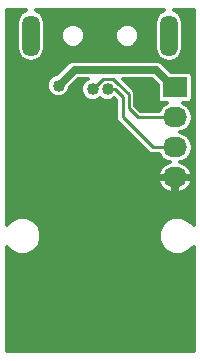
<source format=gbl>
G04 #@! TF.FileFunction,Copper,L2,Bot,Signal*
%FSLAX45Y45*%
G04 Gerber Fmt 4.5, Leading zero omitted, Abs format (unit mm)*
G04 Created by KiCad (PCBNEW (after 2015-may-01 BZR unknown)-product) date 5/23/2015 03:28:49*
%MOMM*%
G01*
G04 APERTURE LIST*
%ADD10C,0.254000*%
%ADD11R,2.032000X1.727200*%
%ADD12O,2.032000X1.727200*%
%ADD13O,1.500000X3.500000*%
%ADD14C,1.016000*%
%ADD15C,0.635000*%
%ADD16C,0.304800*%
G04 APERTURE END LIST*
D10*
D11*
X9889000Y-8706000D03*
D12*
X9889000Y-8960000D03*
X9889000Y-9214000D03*
X9889000Y-9468000D03*
D13*
X8669000Y-8267000D03*
X9839000Y-8267000D03*
D14*
X9609600Y-8756800D03*
X9054000Y-8892000D03*
X9076200Y-9214000D03*
X9609600Y-9341000D03*
X8904000Y-8690963D03*
X9190500Y-8720460D03*
X9317500Y-8720460D03*
D15*
X9038823Y-8556140D02*
X8904000Y-8690963D01*
X9723900Y-8556140D02*
X9038823Y-8556140D01*
X9873760Y-8706000D02*
X9723900Y-8556140D01*
X9889000Y-8706000D02*
X9873760Y-8706000D01*
D10*
X9495301Y-8883801D02*
X9571500Y-8960000D01*
X9401263Y-8669659D02*
X9495301Y-8763698D01*
X9398271Y-8669659D02*
X9401263Y-8669659D01*
X9360172Y-8631560D02*
X9398271Y-8669659D01*
X9571500Y-8960000D02*
X9889000Y-8960000D01*
X9279400Y-8631560D02*
X9360172Y-8631560D01*
X9495301Y-8763698D02*
X9495301Y-8883801D01*
X9190500Y-8720460D02*
X9279400Y-8631560D01*
X9380220Y-8720460D02*
X9317500Y-8720460D01*
X9444500Y-8784740D02*
X9380220Y-8720460D01*
X9444500Y-8960000D02*
X9444500Y-8784740D01*
X9698500Y-9214000D02*
X9444500Y-8960000D01*
X9889000Y-9214000D02*
X9698500Y-9214000D01*
D16*
G36*
X9818830Y-8838976D02*
X9777479Y-8866605D01*
X9754110Y-8901580D01*
X9595698Y-8901580D01*
X9553721Y-8859603D01*
X9553721Y-8763698D01*
X9549274Y-8741341D01*
X9549274Y-8741341D01*
X9536610Y-8722388D01*
X9447832Y-8633610D01*
X9691811Y-8633610D01*
X9740784Y-8682584D01*
X9740784Y-8792360D01*
X9744167Y-8809793D01*
X9754232Y-8825115D01*
X9769426Y-8835371D01*
X9787400Y-8838976D01*
X9818830Y-8838976D01*
X9818830Y-8838976D01*
G37*
X9818830Y-8838976D02*
X9777479Y-8866605D01*
X9754110Y-8901580D01*
X9595698Y-8901580D01*
X9553721Y-8859603D01*
X9553721Y-8763698D01*
X9549274Y-8741341D01*
X9549274Y-8741341D01*
X9536610Y-8722388D01*
X9447832Y-8633610D01*
X9691811Y-8633610D01*
X9740784Y-8682584D01*
X9740784Y-8792360D01*
X9744167Y-8809793D01*
X9754232Y-8825115D01*
X9769426Y-8835371D01*
X9787400Y-8838976D01*
X9818830Y-8838976D01*
G36*
X10045580Y-10933580D02*
X8462420Y-10933580D01*
X8462420Y-10054676D01*
X8505841Y-10098172D01*
X8564891Y-10122692D01*
X8628829Y-10122748D01*
X8687922Y-10098331D01*
X8733172Y-10053159D01*
X8757692Y-9994109D01*
X8757748Y-9930171D01*
X8733331Y-9871078D01*
X8688159Y-9825828D01*
X8629109Y-9801308D01*
X8565171Y-9801252D01*
X8506078Y-9825669D01*
X8462420Y-9869251D01*
X8462420Y-8050420D01*
X8626448Y-8050420D01*
X8622803Y-8051145D01*
X8583638Y-8077314D01*
X8557469Y-8116478D01*
X8548280Y-8162676D01*
X8548280Y-8371324D01*
X8557469Y-8417522D01*
X8583638Y-8456686D01*
X8622803Y-8482855D01*
X8669000Y-8492044D01*
X8715198Y-8482855D01*
X8754362Y-8456686D01*
X8780531Y-8417522D01*
X8789720Y-8371324D01*
X8789720Y-8162676D01*
X8780531Y-8116478D01*
X8754362Y-8077314D01*
X8715198Y-8051145D01*
X8711552Y-8050420D01*
X9796448Y-8050420D01*
X9792803Y-8051145D01*
X9753638Y-8077314D01*
X9727469Y-8116478D01*
X9718280Y-8162676D01*
X9718280Y-8371324D01*
X9727469Y-8417522D01*
X9753638Y-8456686D01*
X9792803Y-8482855D01*
X9839000Y-8492044D01*
X9885198Y-8482855D01*
X9924362Y-8456686D01*
X9950531Y-8417522D01*
X9959720Y-8371324D01*
X9959720Y-8162676D01*
X9950531Y-8116478D01*
X9924362Y-8077314D01*
X9885198Y-8051145D01*
X9881552Y-8050420D01*
X10045580Y-8050420D01*
X10045580Y-9869324D01*
X10039206Y-9862939D01*
X10039206Y-9214000D01*
X10029152Y-9163455D01*
X10000521Y-9120605D01*
X9957671Y-9091974D01*
X9932665Y-9087000D01*
X9957671Y-9082026D01*
X10000521Y-9053395D01*
X10029152Y-9010545D01*
X10039206Y-8960000D01*
X10029152Y-8909455D01*
X10000521Y-8866605D01*
X9959170Y-8838976D01*
X9990600Y-8838976D01*
X10008033Y-8835593D01*
X10023355Y-8825529D01*
X10033611Y-8810334D01*
X10037216Y-8792360D01*
X10037216Y-8619640D01*
X10033833Y-8602207D01*
X10023769Y-8586885D01*
X10008574Y-8576629D01*
X9990600Y-8573024D01*
X9850343Y-8573024D01*
X9778680Y-8501360D01*
X9753547Y-8484567D01*
X9748628Y-8483589D01*
X9723900Y-8478670D01*
X9723899Y-8478670D01*
X9584737Y-8478670D01*
X9584737Y-8247053D01*
X9569436Y-8210021D01*
X9541128Y-8181663D01*
X9504122Y-8166297D01*
X9464054Y-8166263D01*
X9427021Y-8181564D01*
X9398664Y-8209872D01*
X9383298Y-8246878D01*
X9383263Y-8286946D01*
X9398564Y-8323979D01*
X9426872Y-8352336D01*
X9463878Y-8367702D01*
X9503947Y-8367737D01*
X9540979Y-8352436D01*
X9569337Y-8324128D01*
X9584703Y-8287122D01*
X9584737Y-8247053D01*
X9584737Y-8478670D01*
X9124737Y-8478670D01*
X9124737Y-8247053D01*
X9109436Y-8210021D01*
X9081128Y-8181663D01*
X9044122Y-8166297D01*
X9004054Y-8166263D01*
X8967021Y-8181564D01*
X8938664Y-8209872D01*
X8923298Y-8246878D01*
X8923263Y-8286946D01*
X8938564Y-8323979D01*
X8966872Y-8352336D01*
X9003878Y-8367702D01*
X9043947Y-8367737D01*
X9080979Y-8352436D01*
X9109337Y-8324128D01*
X9124703Y-8287122D01*
X9124737Y-8247053D01*
X9124737Y-8478670D01*
X9038824Y-8478670D01*
X9038823Y-8478670D01*
X9009177Y-8484567D01*
X9000837Y-8490139D01*
X8984044Y-8501360D01*
X8984043Y-8501361D01*
X8890972Y-8594432D01*
X8884885Y-8594426D01*
X8849397Y-8609090D01*
X8822222Y-8636218D01*
X8807497Y-8671680D01*
X8807463Y-8710078D01*
X8822127Y-8745566D01*
X8849254Y-8772741D01*
X8884717Y-8787466D01*
X8923115Y-8787500D01*
X8958603Y-8772837D01*
X8985778Y-8745709D01*
X9000503Y-8710246D01*
X9000509Y-8704014D01*
X9070912Y-8633610D01*
X9147942Y-8633610D01*
X9135897Y-8638587D01*
X9108722Y-8665714D01*
X9093997Y-8701177D01*
X9093963Y-8739575D01*
X9108627Y-8775063D01*
X9135754Y-8802238D01*
X9171217Y-8816963D01*
X9209615Y-8816997D01*
X9245103Y-8802333D01*
X9253992Y-8793460D01*
X9262754Y-8802238D01*
X9298217Y-8816963D01*
X9336615Y-8816997D01*
X9372103Y-8802333D01*
X9375792Y-8798650D01*
X9386080Y-8808938D01*
X9386080Y-8960000D01*
X9390527Y-8982356D01*
X9403191Y-9001309D01*
X9657191Y-9255309D01*
X9657191Y-9255309D01*
X9676144Y-9267973D01*
X9676144Y-9267973D01*
X9698500Y-9272420D01*
X9754110Y-9272420D01*
X9777479Y-9307395D01*
X9820329Y-9336026D01*
X9844126Y-9340760D01*
X9803707Y-9356114D01*
X9766223Y-9391439D01*
X9746912Y-9431194D01*
X9754245Y-9451490D01*
X9872490Y-9451490D01*
X9872490Y-9449490D01*
X9905510Y-9449490D01*
X9905510Y-9451490D01*
X10023755Y-9451490D01*
X10031088Y-9431194D01*
X10011777Y-9391439D01*
X9974293Y-9356114D01*
X9933874Y-9340760D01*
X9957671Y-9336026D01*
X10000521Y-9307395D01*
X10029152Y-9264545D01*
X10039206Y-9214000D01*
X10039206Y-9862939D01*
X10031088Y-9854807D01*
X10031088Y-9504807D01*
X10023755Y-9484510D01*
X9905510Y-9484510D01*
X9905510Y-9588571D01*
X9926144Y-9598177D01*
X9974293Y-9579886D01*
X10011777Y-9544561D01*
X10031088Y-9504807D01*
X10031088Y-9854807D01*
X10002159Y-9825828D01*
X9943109Y-9801308D01*
X9879171Y-9801252D01*
X9872490Y-9804013D01*
X9872490Y-9588571D01*
X9872490Y-9484510D01*
X9754245Y-9484510D01*
X9746912Y-9504807D01*
X9766223Y-9544561D01*
X9803707Y-9579886D01*
X9851856Y-9598177D01*
X9872490Y-9588571D01*
X9872490Y-9804013D01*
X9820078Y-9825669D01*
X9774828Y-9870841D01*
X9750308Y-9929891D01*
X9750252Y-9993829D01*
X9774669Y-10052922D01*
X9819841Y-10098172D01*
X9878891Y-10122692D01*
X9942829Y-10122748D01*
X10001922Y-10098331D01*
X10045580Y-10054749D01*
X10045580Y-10933580D01*
X10045580Y-10933580D01*
G37*
X10045580Y-10933580D02*
X8462420Y-10933580D01*
X8462420Y-10054676D01*
X8505841Y-10098172D01*
X8564891Y-10122692D01*
X8628829Y-10122748D01*
X8687922Y-10098331D01*
X8733172Y-10053159D01*
X8757692Y-9994109D01*
X8757748Y-9930171D01*
X8733331Y-9871078D01*
X8688159Y-9825828D01*
X8629109Y-9801308D01*
X8565171Y-9801252D01*
X8506078Y-9825669D01*
X8462420Y-9869251D01*
X8462420Y-8050420D01*
X8626448Y-8050420D01*
X8622803Y-8051145D01*
X8583638Y-8077314D01*
X8557469Y-8116478D01*
X8548280Y-8162676D01*
X8548280Y-8371324D01*
X8557469Y-8417522D01*
X8583638Y-8456686D01*
X8622803Y-8482855D01*
X8669000Y-8492044D01*
X8715198Y-8482855D01*
X8754362Y-8456686D01*
X8780531Y-8417522D01*
X8789720Y-8371324D01*
X8789720Y-8162676D01*
X8780531Y-8116478D01*
X8754362Y-8077314D01*
X8715198Y-8051145D01*
X8711552Y-8050420D01*
X9796448Y-8050420D01*
X9792803Y-8051145D01*
X9753638Y-8077314D01*
X9727469Y-8116478D01*
X9718280Y-8162676D01*
X9718280Y-8371324D01*
X9727469Y-8417522D01*
X9753638Y-8456686D01*
X9792803Y-8482855D01*
X9839000Y-8492044D01*
X9885198Y-8482855D01*
X9924362Y-8456686D01*
X9950531Y-8417522D01*
X9959720Y-8371324D01*
X9959720Y-8162676D01*
X9950531Y-8116478D01*
X9924362Y-8077314D01*
X9885198Y-8051145D01*
X9881552Y-8050420D01*
X10045580Y-8050420D01*
X10045580Y-9869324D01*
X10039206Y-9862939D01*
X10039206Y-9214000D01*
X10029152Y-9163455D01*
X10000521Y-9120605D01*
X9957671Y-9091974D01*
X9932665Y-9087000D01*
X9957671Y-9082026D01*
X10000521Y-9053395D01*
X10029152Y-9010545D01*
X10039206Y-8960000D01*
X10029152Y-8909455D01*
X10000521Y-8866605D01*
X9959170Y-8838976D01*
X9990600Y-8838976D01*
X10008033Y-8835593D01*
X10023355Y-8825529D01*
X10033611Y-8810334D01*
X10037216Y-8792360D01*
X10037216Y-8619640D01*
X10033833Y-8602207D01*
X10023769Y-8586885D01*
X10008574Y-8576629D01*
X9990600Y-8573024D01*
X9850343Y-8573024D01*
X9778680Y-8501360D01*
X9753547Y-8484567D01*
X9748628Y-8483589D01*
X9723900Y-8478670D01*
X9723899Y-8478670D01*
X9584737Y-8478670D01*
X9584737Y-8247053D01*
X9569436Y-8210021D01*
X9541128Y-8181663D01*
X9504122Y-8166297D01*
X9464054Y-8166263D01*
X9427021Y-8181564D01*
X9398664Y-8209872D01*
X9383298Y-8246878D01*
X9383263Y-8286946D01*
X9398564Y-8323979D01*
X9426872Y-8352336D01*
X9463878Y-8367702D01*
X9503947Y-8367737D01*
X9540979Y-8352436D01*
X9569337Y-8324128D01*
X9584703Y-8287122D01*
X9584737Y-8247053D01*
X9584737Y-8478670D01*
X9124737Y-8478670D01*
X9124737Y-8247053D01*
X9109436Y-8210021D01*
X9081128Y-8181663D01*
X9044122Y-8166297D01*
X9004054Y-8166263D01*
X8967021Y-8181564D01*
X8938664Y-8209872D01*
X8923298Y-8246878D01*
X8923263Y-8286946D01*
X8938564Y-8323979D01*
X8966872Y-8352336D01*
X9003878Y-8367702D01*
X9043947Y-8367737D01*
X9080979Y-8352436D01*
X9109337Y-8324128D01*
X9124703Y-8287122D01*
X9124737Y-8247053D01*
X9124737Y-8478670D01*
X9038824Y-8478670D01*
X9038823Y-8478670D01*
X9009177Y-8484567D01*
X9000837Y-8490139D01*
X8984044Y-8501360D01*
X8984043Y-8501361D01*
X8890972Y-8594432D01*
X8884885Y-8594426D01*
X8849397Y-8609090D01*
X8822222Y-8636218D01*
X8807497Y-8671680D01*
X8807463Y-8710078D01*
X8822127Y-8745566D01*
X8849254Y-8772741D01*
X8884717Y-8787466D01*
X8923115Y-8787500D01*
X8958603Y-8772837D01*
X8985778Y-8745709D01*
X9000503Y-8710246D01*
X9000509Y-8704014D01*
X9070912Y-8633610D01*
X9147942Y-8633610D01*
X9135897Y-8638587D01*
X9108722Y-8665714D01*
X9093997Y-8701177D01*
X9093963Y-8739575D01*
X9108627Y-8775063D01*
X9135754Y-8802238D01*
X9171217Y-8816963D01*
X9209615Y-8816997D01*
X9245103Y-8802333D01*
X9253992Y-8793460D01*
X9262754Y-8802238D01*
X9298217Y-8816963D01*
X9336615Y-8816997D01*
X9372103Y-8802333D01*
X9375792Y-8798650D01*
X9386080Y-8808938D01*
X9386080Y-8960000D01*
X9390527Y-8982356D01*
X9403191Y-9001309D01*
X9657191Y-9255309D01*
X9657191Y-9255309D01*
X9676144Y-9267973D01*
X9676144Y-9267973D01*
X9698500Y-9272420D01*
X9754110Y-9272420D01*
X9777479Y-9307395D01*
X9820329Y-9336026D01*
X9844126Y-9340760D01*
X9803707Y-9356114D01*
X9766223Y-9391439D01*
X9746912Y-9431194D01*
X9754245Y-9451490D01*
X9872490Y-9451490D01*
X9872490Y-9449490D01*
X9905510Y-9449490D01*
X9905510Y-9451490D01*
X10023755Y-9451490D01*
X10031088Y-9431194D01*
X10011777Y-9391439D01*
X9974293Y-9356114D01*
X9933874Y-9340760D01*
X9957671Y-9336026D01*
X10000521Y-9307395D01*
X10029152Y-9264545D01*
X10039206Y-9214000D01*
X10039206Y-9862939D01*
X10031088Y-9854807D01*
X10031088Y-9504807D01*
X10023755Y-9484510D01*
X9905510Y-9484510D01*
X9905510Y-9588571D01*
X9926144Y-9598177D01*
X9974293Y-9579886D01*
X10011777Y-9544561D01*
X10031088Y-9504807D01*
X10031088Y-9854807D01*
X10002159Y-9825828D01*
X9943109Y-9801308D01*
X9879171Y-9801252D01*
X9872490Y-9804013D01*
X9872490Y-9588571D01*
X9872490Y-9484510D01*
X9754245Y-9484510D01*
X9746912Y-9504807D01*
X9766223Y-9544561D01*
X9803707Y-9579886D01*
X9851856Y-9598177D01*
X9872490Y-9588571D01*
X9872490Y-9804013D01*
X9820078Y-9825669D01*
X9774828Y-9870841D01*
X9750308Y-9929891D01*
X9750252Y-9993829D01*
X9774669Y-10052922D01*
X9819841Y-10098172D01*
X9878891Y-10122692D01*
X9942829Y-10122748D01*
X10001922Y-10098331D01*
X10045580Y-10054749D01*
X10045580Y-10933580D01*
M02*

</source>
